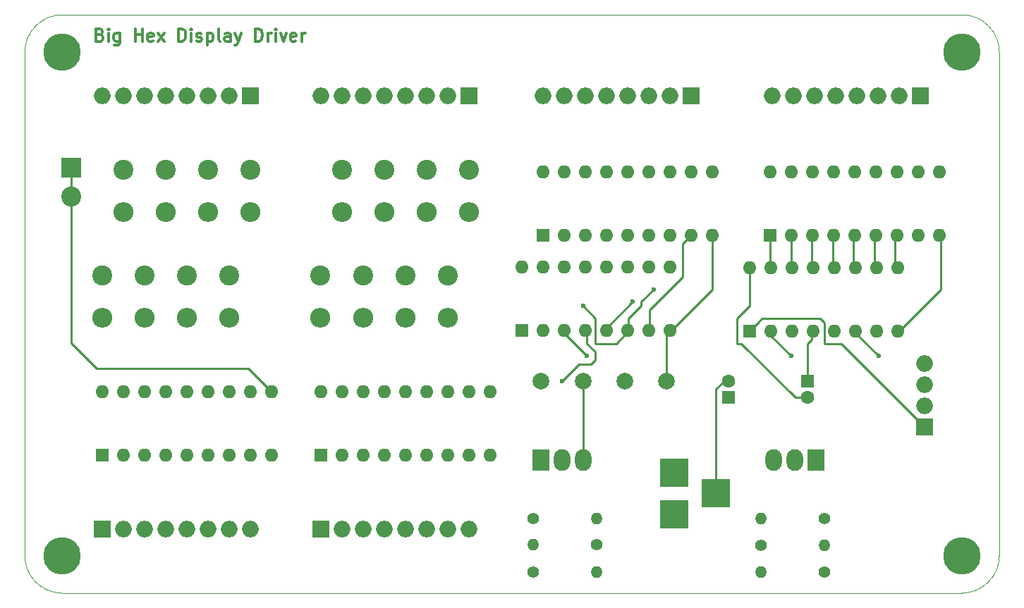
<source format=gbr>
G04 #@! TF.FileFunction,Copper,L1,Top,Signal*
%FSLAX46Y46*%
G04 Gerber Fmt 4.6, Leading zero omitted, Abs format (unit mm)*
G04 Created by KiCad (PCBNEW 4.0.6) date 12/19/17 11:22:06*
%MOMM*%
%LPD*%
G01*
G04 APERTURE LIST*
%ADD10C,0.100000*%
%ADD11C,0.300000*%
%ADD12R,1.600000X1.600000*%
%ADD13O,1.600000X1.600000*%
%ADD14C,2.400000*%
%ADD15O,2.400000X2.400000*%
%ADD16O,1.998980X1.998980*%
%ADD17R,1.998980X1.998980*%
%ADD18C,1.400000*%
%ADD19O,1.400000X1.400000*%
%ADD20R,2.000000X2.600000*%
%ADD21O,2.000000X2.600000*%
%ADD22C,2.000000*%
%ADD23C,1.600000*%
%ADD24R,3.500000X3.500000*%
%ADD25C,4.500880*%
%ADD26R,2.400000X2.400000*%
%ADD27C,0.600000*%
%ADD28C,0.250000*%
G04 APERTURE END LIST*
D10*
D11*
X74035715Y-55392857D02*
X74250001Y-55464286D01*
X74321429Y-55535714D01*
X74392858Y-55678571D01*
X74392858Y-55892857D01*
X74321429Y-56035714D01*
X74250001Y-56107143D01*
X74107143Y-56178571D01*
X73535715Y-56178571D01*
X73535715Y-54678571D01*
X74035715Y-54678571D01*
X74178572Y-54750000D01*
X74250001Y-54821429D01*
X74321429Y-54964286D01*
X74321429Y-55107143D01*
X74250001Y-55250000D01*
X74178572Y-55321429D01*
X74035715Y-55392857D01*
X73535715Y-55392857D01*
X75035715Y-56178571D02*
X75035715Y-55178571D01*
X75035715Y-54678571D02*
X74964286Y-54750000D01*
X75035715Y-54821429D01*
X75107143Y-54750000D01*
X75035715Y-54678571D01*
X75035715Y-54821429D01*
X76392858Y-55178571D02*
X76392858Y-56392857D01*
X76321429Y-56535714D01*
X76250001Y-56607143D01*
X76107144Y-56678571D01*
X75892858Y-56678571D01*
X75750001Y-56607143D01*
X76392858Y-56107143D02*
X76250001Y-56178571D01*
X75964287Y-56178571D01*
X75821429Y-56107143D01*
X75750001Y-56035714D01*
X75678572Y-55892857D01*
X75678572Y-55464286D01*
X75750001Y-55321429D01*
X75821429Y-55250000D01*
X75964287Y-55178571D01*
X76250001Y-55178571D01*
X76392858Y-55250000D01*
X78250001Y-56178571D02*
X78250001Y-54678571D01*
X78250001Y-55392857D02*
X79107144Y-55392857D01*
X79107144Y-56178571D02*
X79107144Y-54678571D01*
X80392858Y-56107143D02*
X80250001Y-56178571D01*
X79964287Y-56178571D01*
X79821430Y-56107143D01*
X79750001Y-55964286D01*
X79750001Y-55392857D01*
X79821430Y-55250000D01*
X79964287Y-55178571D01*
X80250001Y-55178571D01*
X80392858Y-55250000D01*
X80464287Y-55392857D01*
X80464287Y-55535714D01*
X79750001Y-55678571D01*
X80964287Y-56178571D02*
X81750001Y-55178571D01*
X80964287Y-55178571D02*
X81750001Y-56178571D01*
X83464287Y-56178571D02*
X83464287Y-54678571D01*
X83821430Y-54678571D01*
X84035715Y-54750000D01*
X84178573Y-54892857D01*
X84250001Y-55035714D01*
X84321430Y-55321429D01*
X84321430Y-55535714D01*
X84250001Y-55821429D01*
X84178573Y-55964286D01*
X84035715Y-56107143D01*
X83821430Y-56178571D01*
X83464287Y-56178571D01*
X84964287Y-56178571D02*
X84964287Y-55178571D01*
X84964287Y-54678571D02*
X84892858Y-54750000D01*
X84964287Y-54821429D01*
X85035715Y-54750000D01*
X84964287Y-54678571D01*
X84964287Y-54821429D01*
X85607144Y-56107143D02*
X85750001Y-56178571D01*
X86035716Y-56178571D01*
X86178573Y-56107143D01*
X86250001Y-55964286D01*
X86250001Y-55892857D01*
X86178573Y-55750000D01*
X86035716Y-55678571D01*
X85821430Y-55678571D01*
X85678573Y-55607143D01*
X85607144Y-55464286D01*
X85607144Y-55392857D01*
X85678573Y-55250000D01*
X85821430Y-55178571D01*
X86035716Y-55178571D01*
X86178573Y-55250000D01*
X86892859Y-55178571D02*
X86892859Y-56678571D01*
X86892859Y-55250000D02*
X87035716Y-55178571D01*
X87321430Y-55178571D01*
X87464287Y-55250000D01*
X87535716Y-55321429D01*
X87607145Y-55464286D01*
X87607145Y-55892857D01*
X87535716Y-56035714D01*
X87464287Y-56107143D01*
X87321430Y-56178571D01*
X87035716Y-56178571D01*
X86892859Y-56107143D01*
X88464288Y-56178571D02*
X88321430Y-56107143D01*
X88250002Y-55964286D01*
X88250002Y-54678571D01*
X89678573Y-56178571D02*
X89678573Y-55392857D01*
X89607144Y-55250000D01*
X89464287Y-55178571D01*
X89178573Y-55178571D01*
X89035716Y-55250000D01*
X89678573Y-56107143D02*
X89535716Y-56178571D01*
X89178573Y-56178571D01*
X89035716Y-56107143D01*
X88964287Y-55964286D01*
X88964287Y-55821429D01*
X89035716Y-55678571D01*
X89178573Y-55607143D01*
X89535716Y-55607143D01*
X89678573Y-55535714D01*
X90250002Y-55178571D02*
X90607145Y-56178571D01*
X90964287Y-55178571D02*
X90607145Y-56178571D01*
X90464287Y-56535714D01*
X90392859Y-56607143D01*
X90250002Y-56678571D01*
X92678573Y-56178571D02*
X92678573Y-54678571D01*
X93035716Y-54678571D01*
X93250001Y-54750000D01*
X93392859Y-54892857D01*
X93464287Y-55035714D01*
X93535716Y-55321429D01*
X93535716Y-55535714D01*
X93464287Y-55821429D01*
X93392859Y-55964286D01*
X93250001Y-56107143D01*
X93035716Y-56178571D01*
X92678573Y-56178571D01*
X94178573Y-56178571D02*
X94178573Y-55178571D01*
X94178573Y-55464286D02*
X94250001Y-55321429D01*
X94321430Y-55250000D01*
X94464287Y-55178571D01*
X94607144Y-55178571D01*
X95107144Y-56178571D02*
X95107144Y-55178571D01*
X95107144Y-54678571D02*
X95035715Y-54750000D01*
X95107144Y-54821429D01*
X95178572Y-54750000D01*
X95107144Y-54678571D01*
X95107144Y-54821429D01*
X95678573Y-55178571D02*
X96035716Y-56178571D01*
X96392858Y-55178571D01*
X97535715Y-56107143D02*
X97392858Y-56178571D01*
X97107144Y-56178571D01*
X96964287Y-56107143D01*
X96892858Y-55964286D01*
X96892858Y-55392857D01*
X96964287Y-55250000D01*
X97107144Y-55178571D01*
X97392858Y-55178571D01*
X97535715Y-55250000D01*
X97607144Y-55392857D01*
X97607144Y-55535714D01*
X96892858Y-55678571D01*
X98250001Y-56178571D02*
X98250001Y-55178571D01*
X98250001Y-55464286D02*
X98321429Y-55321429D01*
X98392858Y-55250000D01*
X98535715Y-55178571D01*
X98678572Y-55178571D01*
D10*
X65000000Y-117500000D02*
X65000000Y-118000000D01*
X65000000Y-57500000D02*
X65000000Y-117500000D01*
X69500000Y-53000000D02*
G75*
G03X65000000Y-57500000I0J-4500000D01*
G01*
X65000000Y-118000000D02*
G75*
G03X69500000Y-122500000I4500000J0D01*
G01*
X177500000Y-122500000D02*
X69500000Y-122500000D01*
X177500000Y-53000000D02*
X69500000Y-53000000D01*
X177500000Y-122500000D02*
G75*
G03X182000000Y-118000000I0J4500000D01*
G01*
X182000000Y-57500000D02*
X182000000Y-118000000D01*
X182000000Y-57500000D02*
G75*
G03X177500000Y-53000000I-4500000J0D01*
G01*
D12*
X152000000Y-91000000D03*
D13*
X169780000Y-83380000D03*
X154540000Y-91000000D03*
X167240000Y-83380000D03*
X157080000Y-91000000D03*
X164700000Y-83380000D03*
X159620000Y-91000000D03*
X162160000Y-83380000D03*
X162160000Y-91000000D03*
X159620000Y-83380000D03*
X164700000Y-91000000D03*
X157080000Y-83380000D03*
X167240000Y-91000000D03*
X154540000Y-83380000D03*
X169780000Y-91000000D03*
X152000000Y-83380000D03*
D14*
X105600000Y-84290000D03*
D15*
X105600000Y-89370000D03*
D12*
X127200000Y-79490000D03*
D13*
X147520000Y-71870000D03*
X129740000Y-79490000D03*
X144980000Y-71870000D03*
X132280000Y-79490000D03*
X142440000Y-71870000D03*
X134820000Y-79490000D03*
X139900000Y-71870000D03*
X137360000Y-79490000D03*
X137360000Y-71870000D03*
X139900000Y-79490000D03*
X134820000Y-71870000D03*
X142440000Y-79490000D03*
X132280000Y-71870000D03*
X144980000Y-79490000D03*
X129740000Y-71870000D03*
X147520000Y-79490000D03*
X127200000Y-71870000D03*
D12*
X154500000Y-79500000D03*
D13*
X174820000Y-71880000D03*
X157040000Y-79500000D03*
X172280000Y-71880000D03*
X159580000Y-79500000D03*
X169740000Y-71880000D03*
X162120000Y-79500000D03*
X167200000Y-71880000D03*
X164660000Y-79500000D03*
X164660000Y-71880000D03*
X167200000Y-79500000D03*
X162120000Y-71880000D03*
X169740000Y-79500000D03*
X159580000Y-71880000D03*
X172280000Y-79500000D03*
X157040000Y-71880000D03*
X174820000Y-79500000D03*
X154500000Y-71880000D03*
D12*
X124660000Y-90920000D03*
D13*
X142440000Y-83300000D03*
X127200000Y-90920000D03*
X139900000Y-83300000D03*
X129740000Y-90920000D03*
X137360000Y-83300000D03*
X132280000Y-90920000D03*
X134820000Y-83300000D03*
X134820000Y-90920000D03*
X132280000Y-83300000D03*
X137360000Y-90920000D03*
X129740000Y-83300000D03*
X139900000Y-90920000D03*
X127200000Y-83300000D03*
X142440000Y-90920000D03*
X124660000Y-83300000D03*
D12*
X74270000Y-105880000D03*
D13*
X94590000Y-98260000D03*
X76810000Y-105880000D03*
X92050000Y-98260000D03*
X79350000Y-105880000D03*
X89510000Y-98260000D03*
X81890000Y-105880000D03*
X86970000Y-98260000D03*
X84430000Y-105880000D03*
X84430000Y-98260000D03*
X86970000Y-105880000D03*
X81890000Y-98260000D03*
X89510000Y-105880000D03*
X79350000Y-98260000D03*
X92050000Y-105880000D03*
X76810000Y-98260000D03*
X94590000Y-105880000D03*
X74270000Y-98260000D03*
D12*
X100520000Y-105880000D03*
D13*
X120840000Y-98260000D03*
X103060000Y-105880000D03*
X118300000Y-98260000D03*
X105600000Y-105880000D03*
X115760000Y-98260000D03*
X108140000Y-105880000D03*
X113220000Y-98260000D03*
X110680000Y-105880000D03*
X110680000Y-98260000D03*
X113220000Y-105880000D03*
X108140000Y-98260000D03*
X115760000Y-105880000D03*
X105600000Y-98260000D03*
X118300000Y-105880000D03*
X103060000Y-98260000D03*
X120840000Y-105880000D03*
X100520000Y-98260000D03*
D16*
X108140000Y-114770000D03*
D17*
X100520000Y-114770000D03*
D16*
X103060000Y-114770000D03*
X105600000Y-114770000D03*
X110680000Y-114770000D03*
X113220000Y-114770000D03*
X115760000Y-114770000D03*
X118300000Y-114770000D03*
X81890000Y-114770000D03*
D17*
X74270000Y-114770000D03*
D16*
X76810000Y-114770000D03*
X79350000Y-114770000D03*
X84430000Y-114770000D03*
X86970000Y-114770000D03*
X89510000Y-114770000D03*
X92050000Y-114770000D03*
X110680000Y-62700000D03*
D17*
X118300000Y-62700000D03*
D16*
X115760000Y-62700000D03*
X113220000Y-62700000D03*
X108140000Y-62700000D03*
X105600000Y-62700000D03*
X103060000Y-62700000D03*
X100520000Y-62700000D03*
X84430000Y-62700000D03*
D17*
X92050000Y-62700000D03*
D16*
X89510000Y-62700000D03*
X86970000Y-62700000D03*
X81890000Y-62700000D03*
X79350000Y-62700000D03*
X76810000Y-62700000D03*
X74270000Y-62700000D03*
X164880000Y-62700000D03*
D17*
X172500000Y-62700000D03*
D16*
X169960000Y-62700000D03*
X167420000Y-62700000D03*
X162340000Y-62700000D03*
X159800000Y-62700000D03*
X157260000Y-62700000D03*
X154720000Y-62700000D03*
X137380000Y-62700000D03*
D17*
X145000000Y-62700000D03*
D16*
X142460000Y-62700000D03*
X139920000Y-62700000D03*
X134840000Y-62700000D03*
X132300000Y-62700000D03*
X129760000Y-62700000D03*
X127220000Y-62700000D03*
X173000000Y-94880000D03*
D17*
X173000000Y-102500000D03*
D16*
X173000000Y-99960000D03*
X173000000Y-97420000D03*
D18*
X126000000Y-113500000D03*
D19*
X133620000Y-113500000D03*
D18*
X133650000Y-116700000D03*
D19*
X126030000Y-116700000D03*
D18*
X126000000Y-120000000D03*
D19*
X133620000Y-120000000D03*
D18*
X161000000Y-113500000D03*
D19*
X153380000Y-113500000D03*
D18*
X153350000Y-116725000D03*
D19*
X160970000Y-116725000D03*
D18*
X161000000Y-120000000D03*
D19*
X153380000Y-120000000D03*
D20*
X127000000Y-106500000D03*
D21*
X129540000Y-106500000D03*
X132080000Y-106500000D03*
D20*
X160000000Y-106500000D03*
D21*
X157460000Y-106500000D03*
X154920000Y-106500000D03*
D22*
X132000000Y-97000000D03*
X127000000Y-97000000D03*
X137000000Y-97000000D03*
X142000000Y-97000000D03*
D12*
X159000000Y-97000000D03*
D23*
X159000000Y-99000000D03*
D12*
X149500000Y-99000000D03*
D23*
X149500000Y-97000000D03*
D14*
X100500000Y-84300000D03*
D15*
X100500000Y-89380000D03*
D14*
X103060000Y-71590000D03*
D15*
X103060000Y-76670000D03*
D14*
X108140000Y-71590000D03*
D15*
X108140000Y-76670000D03*
D14*
X110680000Y-84290000D03*
D15*
X110680000Y-89370000D03*
D14*
X113220000Y-71590000D03*
D15*
X113220000Y-76670000D03*
D14*
X115760000Y-84290000D03*
D15*
X115760000Y-89370000D03*
D14*
X118300000Y-71590000D03*
D15*
X118300000Y-76670000D03*
D14*
X74270000Y-84290000D03*
D15*
X74270000Y-89370000D03*
D14*
X76810000Y-71590000D03*
D15*
X76810000Y-76670000D03*
D14*
X79350000Y-84290000D03*
D15*
X79350000Y-89370000D03*
D14*
X81890000Y-71590000D03*
D15*
X81890000Y-76670000D03*
D14*
X84430000Y-84290000D03*
D15*
X84430000Y-89370000D03*
D14*
X86970000Y-71590000D03*
D15*
X86970000Y-76670000D03*
D14*
X89510000Y-84290000D03*
D15*
X89510000Y-89370000D03*
D14*
X92050000Y-71590000D03*
D15*
X92050000Y-76670000D03*
D24*
X143000000Y-108000000D03*
X143000000Y-113000000D03*
X148000000Y-110500000D03*
D25*
X69500000Y-57500000D03*
X177500000Y-57500000D03*
X177500000Y-118000000D03*
X69500000Y-118000000D03*
D14*
X70550000Y-74850000D03*
D26*
X70550000Y-71350000D03*
D27*
X129500000Y-97000000D03*
X140500000Y-86000000D03*
X132000000Y-88000000D03*
X157000000Y-94000000D03*
X132500000Y-94000000D03*
X138000000Y-87500000D03*
X167500000Y-94000000D03*
D28*
X132080000Y-106500000D02*
X132080000Y-97080000D01*
X132080000Y-97080000D02*
X132000000Y-97000000D01*
X149500000Y-97000000D02*
X149000000Y-97000000D01*
X149000000Y-97000000D02*
X148000000Y-98000000D01*
X148000000Y-98000000D02*
X148000000Y-110500000D01*
X70550000Y-74850000D02*
X70550000Y-92450000D01*
X91830000Y-95500000D02*
X94590000Y-98260000D01*
X73600000Y-95500000D02*
X91830000Y-95500000D01*
X70550000Y-92450000D02*
X73600000Y-95500000D01*
X70550000Y-71350000D02*
X70550000Y-74850000D01*
X133000000Y-95000000D02*
X133500000Y-94500000D01*
X129500000Y-97000000D02*
X131500000Y-95000000D01*
X133500000Y-94500000D02*
X133500000Y-93500000D01*
X131500000Y-95000000D02*
X133000000Y-95000000D01*
X133500000Y-93500000D02*
X132500000Y-92500000D01*
X132500000Y-92500000D02*
X132500000Y-91140000D01*
X132500000Y-91140000D02*
X132280000Y-90920000D01*
X133500000Y-93500000D02*
X132500000Y-92500000D01*
X132500000Y-92500000D02*
X132500000Y-91000000D01*
X132500000Y-91000000D02*
X132280000Y-90920000D01*
X169780000Y-91000000D02*
X170000000Y-91000000D01*
X170000000Y-91000000D02*
X175000000Y-86000000D01*
X175000000Y-86000000D02*
X175000000Y-79500000D01*
X175000000Y-79500000D02*
X174820000Y-79500000D01*
X142440000Y-90920000D02*
X142500000Y-91000000D01*
X142500000Y-91000000D02*
X147500000Y-86000000D01*
X147500000Y-86000000D02*
X147500000Y-79500000D01*
X147500000Y-79500000D02*
X147520000Y-79490000D01*
X142440000Y-90920000D02*
X142500000Y-91000000D01*
X142500000Y-91000000D02*
X142000000Y-91500000D01*
X142000000Y-91500000D02*
X142000000Y-97000000D01*
X159000000Y-97000000D02*
X159000000Y-92500000D01*
X159000000Y-92500000D02*
X159500000Y-92000000D01*
X159500000Y-92000000D02*
X159500000Y-91000000D01*
X159500000Y-91000000D02*
X159620000Y-91000000D01*
X120840000Y-105880000D02*
X121000000Y-106000000D01*
X140500000Y-86000000D02*
X139000000Y-87500000D01*
X139000000Y-87500000D02*
X139000000Y-88000000D01*
X139000000Y-88000000D02*
X137500000Y-89500000D01*
X137500000Y-89500000D02*
X137500000Y-91000000D01*
X137500000Y-91000000D02*
X137360000Y-90920000D01*
X137360000Y-90920000D02*
X137500000Y-91000000D01*
X137500000Y-91000000D02*
X136000000Y-92500000D01*
X136000000Y-92500000D02*
X133500000Y-92500000D01*
X133500000Y-92500000D02*
X133500000Y-89500000D01*
X133500000Y-89500000D02*
X132000000Y-88000000D01*
X159000000Y-99000000D02*
X157500000Y-99000000D01*
X157500000Y-99000000D02*
X151000000Y-92500000D01*
X151000000Y-92500000D02*
X150500000Y-92500000D01*
X150500000Y-92500000D02*
X150500000Y-89500000D01*
X150500000Y-89500000D02*
X152000000Y-88000000D01*
X152000000Y-88000000D02*
X152000000Y-83380000D01*
X157460000Y-105500000D02*
X157500000Y-105500000D01*
X157500000Y-105500000D02*
X157460000Y-105500000D01*
X144980000Y-79490000D02*
X145000000Y-79500000D01*
X145000000Y-79500000D02*
X144000000Y-80500000D01*
X144000000Y-80500000D02*
X144000000Y-84500000D01*
X144000000Y-84500000D02*
X140000000Y-88500000D01*
X140000000Y-88500000D02*
X140000000Y-91000000D01*
X140000000Y-91000000D02*
X139900000Y-90920000D01*
X154500000Y-79500000D02*
X154500000Y-83500000D01*
X154500000Y-83500000D02*
X154540000Y-83380000D01*
X157040000Y-79500000D02*
X157000000Y-79500000D01*
X157000000Y-79500000D02*
X157000000Y-83500000D01*
X157000000Y-83500000D02*
X157080000Y-83380000D01*
X159580000Y-79500000D02*
X159500000Y-79500000D01*
X159500000Y-79500000D02*
X159500000Y-83500000D01*
X159500000Y-83500000D02*
X159620000Y-83380000D01*
X162120000Y-79500000D02*
X162000000Y-79500000D01*
X162000000Y-79500000D02*
X162000000Y-83500000D01*
X162000000Y-83500000D02*
X162160000Y-83380000D01*
X164660000Y-79500000D02*
X164500000Y-79500000D01*
X164500000Y-79500000D02*
X164500000Y-83500000D01*
X164500000Y-83500000D02*
X164700000Y-83380000D01*
X167240000Y-83380000D02*
X167000000Y-83500000D01*
X167000000Y-83500000D02*
X167000000Y-79500000D01*
X167000000Y-79500000D02*
X167200000Y-79500000D01*
X169780000Y-83380000D02*
X170000000Y-83500000D01*
X170000000Y-83500000D02*
X169500000Y-83000000D01*
X169500000Y-83000000D02*
X169500000Y-79500000D01*
X169500000Y-79500000D02*
X169740000Y-79500000D01*
X171500000Y-101000000D02*
X173000000Y-102500000D01*
X160500000Y-89500000D02*
X161000000Y-90000000D01*
X161000000Y-90000000D02*
X161000000Y-92500000D01*
X153000000Y-90000000D02*
X153500000Y-89500000D01*
X152000000Y-91000000D02*
X153000000Y-90000000D01*
X153500000Y-89500000D02*
X160500000Y-89500000D01*
X161000000Y-92500000D02*
X163000000Y-92500000D01*
X163000000Y-92500000D02*
X171500000Y-101000000D01*
X157000000Y-94000000D02*
X154500000Y-91500000D01*
X154500000Y-91500000D02*
X154500000Y-91000000D01*
X154500000Y-91000000D02*
X154540000Y-91000000D01*
X132500000Y-94000000D02*
X129500000Y-91000000D01*
X129500000Y-91000000D02*
X129740000Y-90920000D01*
X138000000Y-87500000D02*
X135000000Y-90500000D01*
X135000000Y-90500000D02*
X135000000Y-91000000D01*
X135000000Y-91000000D02*
X134820000Y-90920000D01*
X167500000Y-94000000D02*
X164500000Y-91000000D01*
X164500000Y-91000000D02*
X164700000Y-91000000D01*
M02*

</source>
